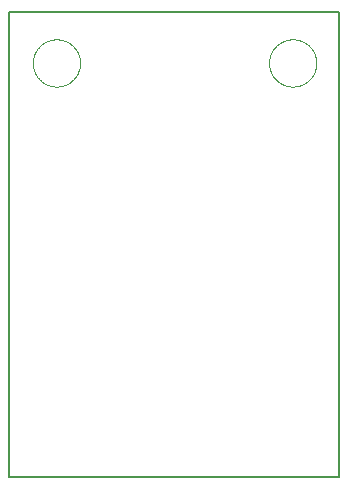
<source format=gko>
G75*
%MOIN*%
%OFA0B0*%
%FSLAX25Y25*%
%IPPOS*%
%LPD*%
%AMOC8*
5,1,8,0,0,1.08239X$1,22.5*
%
%ADD10C,0.00600*%
%ADD11C,0.00000*%
D10*
X0003500Y0003500D02*
X0113500Y0003500D01*
X0113500Y0158500D01*
X0003500Y0158500D01*
X0003500Y0003500D01*
D11*
X0011378Y0141650D02*
X0011380Y0141843D01*
X0011387Y0142036D01*
X0011399Y0142229D01*
X0011416Y0142422D01*
X0011437Y0142614D01*
X0011463Y0142805D01*
X0011494Y0142996D01*
X0011529Y0143186D01*
X0011569Y0143375D01*
X0011614Y0143563D01*
X0011663Y0143750D01*
X0011717Y0143936D01*
X0011775Y0144120D01*
X0011838Y0144303D01*
X0011906Y0144484D01*
X0011977Y0144663D01*
X0012054Y0144841D01*
X0012134Y0145017D01*
X0012219Y0145190D01*
X0012308Y0145362D01*
X0012401Y0145531D01*
X0012498Y0145698D01*
X0012600Y0145863D01*
X0012705Y0146025D01*
X0012814Y0146184D01*
X0012928Y0146341D01*
X0013045Y0146494D01*
X0013165Y0146645D01*
X0013290Y0146793D01*
X0013418Y0146938D01*
X0013549Y0147079D01*
X0013684Y0147218D01*
X0013823Y0147353D01*
X0013964Y0147484D01*
X0014109Y0147612D01*
X0014257Y0147737D01*
X0014408Y0147857D01*
X0014561Y0147974D01*
X0014718Y0148088D01*
X0014877Y0148197D01*
X0015039Y0148302D01*
X0015204Y0148404D01*
X0015371Y0148501D01*
X0015540Y0148594D01*
X0015712Y0148683D01*
X0015885Y0148768D01*
X0016061Y0148848D01*
X0016239Y0148925D01*
X0016418Y0148996D01*
X0016599Y0149064D01*
X0016782Y0149127D01*
X0016966Y0149185D01*
X0017152Y0149239D01*
X0017339Y0149288D01*
X0017527Y0149333D01*
X0017716Y0149373D01*
X0017906Y0149408D01*
X0018097Y0149439D01*
X0018288Y0149465D01*
X0018480Y0149486D01*
X0018673Y0149503D01*
X0018866Y0149515D01*
X0019059Y0149522D01*
X0019252Y0149524D01*
X0019445Y0149522D01*
X0019638Y0149515D01*
X0019831Y0149503D01*
X0020024Y0149486D01*
X0020216Y0149465D01*
X0020407Y0149439D01*
X0020598Y0149408D01*
X0020788Y0149373D01*
X0020977Y0149333D01*
X0021165Y0149288D01*
X0021352Y0149239D01*
X0021538Y0149185D01*
X0021722Y0149127D01*
X0021905Y0149064D01*
X0022086Y0148996D01*
X0022265Y0148925D01*
X0022443Y0148848D01*
X0022619Y0148768D01*
X0022792Y0148683D01*
X0022964Y0148594D01*
X0023133Y0148501D01*
X0023300Y0148404D01*
X0023465Y0148302D01*
X0023627Y0148197D01*
X0023786Y0148088D01*
X0023943Y0147974D01*
X0024096Y0147857D01*
X0024247Y0147737D01*
X0024395Y0147612D01*
X0024540Y0147484D01*
X0024681Y0147353D01*
X0024820Y0147218D01*
X0024955Y0147079D01*
X0025086Y0146938D01*
X0025214Y0146793D01*
X0025339Y0146645D01*
X0025459Y0146494D01*
X0025576Y0146341D01*
X0025690Y0146184D01*
X0025799Y0146025D01*
X0025904Y0145863D01*
X0026006Y0145698D01*
X0026103Y0145531D01*
X0026196Y0145362D01*
X0026285Y0145190D01*
X0026370Y0145017D01*
X0026450Y0144841D01*
X0026527Y0144663D01*
X0026598Y0144484D01*
X0026666Y0144303D01*
X0026729Y0144120D01*
X0026787Y0143936D01*
X0026841Y0143750D01*
X0026890Y0143563D01*
X0026935Y0143375D01*
X0026975Y0143186D01*
X0027010Y0142996D01*
X0027041Y0142805D01*
X0027067Y0142614D01*
X0027088Y0142422D01*
X0027105Y0142229D01*
X0027117Y0142036D01*
X0027124Y0141843D01*
X0027126Y0141650D01*
X0027124Y0141457D01*
X0027117Y0141264D01*
X0027105Y0141071D01*
X0027088Y0140878D01*
X0027067Y0140686D01*
X0027041Y0140495D01*
X0027010Y0140304D01*
X0026975Y0140114D01*
X0026935Y0139925D01*
X0026890Y0139737D01*
X0026841Y0139550D01*
X0026787Y0139364D01*
X0026729Y0139180D01*
X0026666Y0138997D01*
X0026598Y0138816D01*
X0026527Y0138637D01*
X0026450Y0138459D01*
X0026370Y0138283D01*
X0026285Y0138110D01*
X0026196Y0137938D01*
X0026103Y0137769D01*
X0026006Y0137602D01*
X0025904Y0137437D01*
X0025799Y0137275D01*
X0025690Y0137116D01*
X0025576Y0136959D01*
X0025459Y0136806D01*
X0025339Y0136655D01*
X0025214Y0136507D01*
X0025086Y0136362D01*
X0024955Y0136221D01*
X0024820Y0136082D01*
X0024681Y0135947D01*
X0024540Y0135816D01*
X0024395Y0135688D01*
X0024247Y0135563D01*
X0024096Y0135443D01*
X0023943Y0135326D01*
X0023786Y0135212D01*
X0023627Y0135103D01*
X0023465Y0134998D01*
X0023300Y0134896D01*
X0023133Y0134799D01*
X0022964Y0134706D01*
X0022792Y0134617D01*
X0022619Y0134532D01*
X0022443Y0134452D01*
X0022265Y0134375D01*
X0022086Y0134304D01*
X0021905Y0134236D01*
X0021722Y0134173D01*
X0021538Y0134115D01*
X0021352Y0134061D01*
X0021165Y0134012D01*
X0020977Y0133967D01*
X0020788Y0133927D01*
X0020598Y0133892D01*
X0020407Y0133861D01*
X0020216Y0133835D01*
X0020024Y0133814D01*
X0019831Y0133797D01*
X0019638Y0133785D01*
X0019445Y0133778D01*
X0019252Y0133776D01*
X0019059Y0133778D01*
X0018866Y0133785D01*
X0018673Y0133797D01*
X0018480Y0133814D01*
X0018288Y0133835D01*
X0018097Y0133861D01*
X0017906Y0133892D01*
X0017716Y0133927D01*
X0017527Y0133967D01*
X0017339Y0134012D01*
X0017152Y0134061D01*
X0016966Y0134115D01*
X0016782Y0134173D01*
X0016599Y0134236D01*
X0016418Y0134304D01*
X0016239Y0134375D01*
X0016061Y0134452D01*
X0015885Y0134532D01*
X0015712Y0134617D01*
X0015540Y0134706D01*
X0015371Y0134799D01*
X0015204Y0134896D01*
X0015039Y0134998D01*
X0014877Y0135103D01*
X0014718Y0135212D01*
X0014561Y0135326D01*
X0014408Y0135443D01*
X0014257Y0135563D01*
X0014109Y0135688D01*
X0013964Y0135816D01*
X0013823Y0135947D01*
X0013684Y0136082D01*
X0013549Y0136221D01*
X0013418Y0136362D01*
X0013290Y0136507D01*
X0013165Y0136655D01*
X0013045Y0136806D01*
X0012928Y0136959D01*
X0012814Y0137116D01*
X0012705Y0137275D01*
X0012600Y0137437D01*
X0012498Y0137602D01*
X0012401Y0137769D01*
X0012308Y0137938D01*
X0012219Y0138110D01*
X0012134Y0138283D01*
X0012054Y0138459D01*
X0011977Y0138637D01*
X0011906Y0138816D01*
X0011838Y0138997D01*
X0011775Y0139180D01*
X0011717Y0139364D01*
X0011663Y0139550D01*
X0011614Y0139737D01*
X0011569Y0139925D01*
X0011529Y0140114D01*
X0011494Y0140304D01*
X0011463Y0140495D01*
X0011437Y0140686D01*
X0011416Y0140878D01*
X0011399Y0141071D01*
X0011387Y0141264D01*
X0011380Y0141457D01*
X0011378Y0141650D01*
X0090118Y0141650D02*
X0090120Y0141843D01*
X0090127Y0142036D01*
X0090139Y0142229D01*
X0090156Y0142422D01*
X0090177Y0142614D01*
X0090203Y0142805D01*
X0090234Y0142996D01*
X0090269Y0143186D01*
X0090309Y0143375D01*
X0090354Y0143563D01*
X0090403Y0143750D01*
X0090457Y0143936D01*
X0090515Y0144120D01*
X0090578Y0144303D01*
X0090646Y0144484D01*
X0090717Y0144663D01*
X0090794Y0144841D01*
X0090874Y0145017D01*
X0090959Y0145190D01*
X0091048Y0145362D01*
X0091141Y0145531D01*
X0091238Y0145698D01*
X0091340Y0145863D01*
X0091445Y0146025D01*
X0091554Y0146184D01*
X0091668Y0146341D01*
X0091785Y0146494D01*
X0091905Y0146645D01*
X0092030Y0146793D01*
X0092158Y0146938D01*
X0092289Y0147079D01*
X0092424Y0147218D01*
X0092563Y0147353D01*
X0092704Y0147484D01*
X0092849Y0147612D01*
X0092997Y0147737D01*
X0093148Y0147857D01*
X0093301Y0147974D01*
X0093458Y0148088D01*
X0093617Y0148197D01*
X0093779Y0148302D01*
X0093944Y0148404D01*
X0094111Y0148501D01*
X0094280Y0148594D01*
X0094452Y0148683D01*
X0094625Y0148768D01*
X0094801Y0148848D01*
X0094979Y0148925D01*
X0095158Y0148996D01*
X0095339Y0149064D01*
X0095522Y0149127D01*
X0095706Y0149185D01*
X0095892Y0149239D01*
X0096079Y0149288D01*
X0096267Y0149333D01*
X0096456Y0149373D01*
X0096646Y0149408D01*
X0096837Y0149439D01*
X0097028Y0149465D01*
X0097220Y0149486D01*
X0097413Y0149503D01*
X0097606Y0149515D01*
X0097799Y0149522D01*
X0097992Y0149524D01*
X0098185Y0149522D01*
X0098378Y0149515D01*
X0098571Y0149503D01*
X0098764Y0149486D01*
X0098956Y0149465D01*
X0099147Y0149439D01*
X0099338Y0149408D01*
X0099528Y0149373D01*
X0099717Y0149333D01*
X0099905Y0149288D01*
X0100092Y0149239D01*
X0100278Y0149185D01*
X0100462Y0149127D01*
X0100645Y0149064D01*
X0100826Y0148996D01*
X0101005Y0148925D01*
X0101183Y0148848D01*
X0101359Y0148768D01*
X0101532Y0148683D01*
X0101704Y0148594D01*
X0101873Y0148501D01*
X0102040Y0148404D01*
X0102205Y0148302D01*
X0102367Y0148197D01*
X0102526Y0148088D01*
X0102683Y0147974D01*
X0102836Y0147857D01*
X0102987Y0147737D01*
X0103135Y0147612D01*
X0103280Y0147484D01*
X0103421Y0147353D01*
X0103560Y0147218D01*
X0103695Y0147079D01*
X0103826Y0146938D01*
X0103954Y0146793D01*
X0104079Y0146645D01*
X0104199Y0146494D01*
X0104316Y0146341D01*
X0104430Y0146184D01*
X0104539Y0146025D01*
X0104644Y0145863D01*
X0104746Y0145698D01*
X0104843Y0145531D01*
X0104936Y0145362D01*
X0105025Y0145190D01*
X0105110Y0145017D01*
X0105190Y0144841D01*
X0105267Y0144663D01*
X0105338Y0144484D01*
X0105406Y0144303D01*
X0105469Y0144120D01*
X0105527Y0143936D01*
X0105581Y0143750D01*
X0105630Y0143563D01*
X0105675Y0143375D01*
X0105715Y0143186D01*
X0105750Y0142996D01*
X0105781Y0142805D01*
X0105807Y0142614D01*
X0105828Y0142422D01*
X0105845Y0142229D01*
X0105857Y0142036D01*
X0105864Y0141843D01*
X0105866Y0141650D01*
X0105864Y0141457D01*
X0105857Y0141264D01*
X0105845Y0141071D01*
X0105828Y0140878D01*
X0105807Y0140686D01*
X0105781Y0140495D01*
X0105750Y0140304D01*
X0105715Y0140114D01*
X0105675Y0139925D01*
X0105630Y0139737D01*
X0105581Y0139550D01*
X0105527Y0139364D01*
X0105469Y0139180D01*
X0105406Y0138997D01*
X0105338Y0138816D01*
X0105267Y0138637D01*
X0105190Y0138459D01*
X0105110Y0138283D01*
X0105025Y0138110D01*
X0104936Y0137938D01*
X0104843Y0137769D01*
X0104746Y0137602D01*
X0104644Y0137437D01*
X0104539Y0137275D01*
X0104430Y0137116D01*
X0104316Y0136959D01*
X0104199Y0136806D01*
X0104079Y0136655D01*
X0103954Y0136507D01*
X0103826Y0136362D01*
X0103695Y0136221D01*
X0103560Y0136082D01*
X0103421Y0135947D01*
X0103280Y0135816D01*
X0103135Y0135688D01*
X0102987Y0135563D01*
X0102836Y0135443D01*
X0102683Y0135326D01*
X0102526Y0135212D01*
X0102367Y0135103D01*
X0102205Y0134998D01*
X0102040Y0134896D01*
X0101873Y0134799D01*
X0101704Y0134706D01*
X0101532Y0134617D01*
X0101359Y0134532D01*
X0101183Y0134452D01*
X0101005Y0134375D01*
X0100826Y0134304D01*
X0100645Y0134236D01*
X0100462Y0134173D01*
X0100278Y0134115D01*
X0100092Y0134061D01*
X0099905Y0134012D01*
X0099717Y0133967D01*
X0099528Y0133927D01*
X0099338Y0133892D01*
X0099147Y0133861D01*
X0098956Y0133835D01*
X0098764Y0133814D01*
X0098571Y0133797D01*
X0098378Y0133785D01*
X0098185Y0133778D01*
X0097992Y0133776D01*
X0097799Y0133778D01*
X0097606Y0133785D01*
X0097413Y0133797D01*
X0097220Y0133814D01*
X0097028Y0133835D01*
X0096837Y0133861D01*
X0096646Y0133892D01*
X0096456Y0133927D01*
X0096267Y0133967D01*
X0096079Y0134012D01*
X0095892Y0134061D01*
X0095706Y0134115D01*
X0095522Y0134173D01*
X0095339Y0134236D01*
X0095158Y0134304D01*
X0094979Y0134375D01*
X0094801Y0134452D01*
X0094625Y0134532D01*
X0094452Y0134617D01*
X0094280Y0134706D01*
X0094111Y0134799D01*
X0093944Y0134896D01*
X0093779Y0134998D01*
X0093617Y0135103D01*
X0093458Y0135212D01*
X0093301Y0135326D01*
X0093148Y0135443D01*
X0092997Y0135563D01*
X0092849Y0135688D01*
X0092704Y0135816D01*
X0092563Y0135947D01*
X0092424Y0136082D01*
X0092289Y0136221D01*
X0092158Y0136362D01*
X0092030Y0136507D01*
X0091905Y0136655D01*
X0091785Y0136806D01*
X0091668Y0136959D01*
X0091554Y0137116D01*
X0091445Y0137275D01*
X0091340Y0137437D01*
X0091238Y0137602D01*
X0091141Y0137769D01*
X0091048Y0137938D01*
X0090959Y0138110D01*
X0090874Y0138283D01*
X0090794Y0138459D01*
X0090717Y0138637D01*
X0090646Y0138816D01*
X0090578Y0138997D01*
X0090515Y0139180D01*
X0090457Y0139364D01*
X0090403Y0139550D01*
X0090354Y0139737D01*
X0090309Y0139925D01*
X0090269Y0140114D01*
X0090234Y0140304D01*
X0090203Y0140495D01*
X0090177Y0140686D01*
X0090156Y0140878D01*
X0090139Y0141071D01*
X0090127Y0141264D01*
X0090120Y0141457D01*
X0090118Y0141650D01*
M02*

</source>
